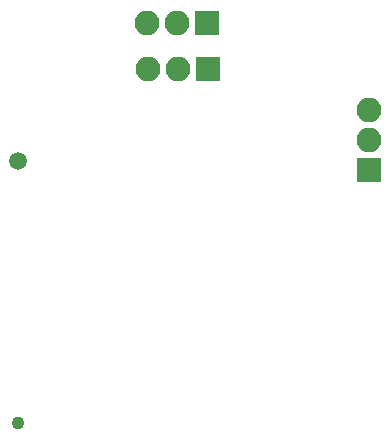
<source format=gbs>
G04 #@! TF.FileFunction,Soldermask,Bot*
%FSLAX46Y46*%
G04 Gerber Fmt 4.6, Leading zero omitted, Abs format (unit mm)*
G04 Created by KiCad (PCBNEW 4.0.5-e0-6337~49~ubuntu16.04.1) date Tue Feb 21 22:51:04 2017*
%MOMM*%
%LPD*%
G01*
G04 APERTURE LIST*
%ADD10C,0.100000*%
%ADD11R,2.100000X2.100000*%
%ADD12O,2.100000X2.100000*%
%ADD13C,1.100000*%
%ADD14C,1.500000*%
G04 APERTURE END LIST*
D10*
D11*
X137807700Y-90124280D03*
D12*
X137807700Y-87584280D03*
X137807700Y-85044280D03*
D11*
X124165360Y-81559400D03*
D12*
X121625360Y-81559400D03*
X119085360Y-81559400D03*
D11*
X124068840Y-77604620D03*
D12*
X121528840Y-77604620D03*
X118988840Y-77604620D03*
D13*
X108118780Y-111511280D03*
D14*
X108118780Y-89311280D03*
M02*

</source>
